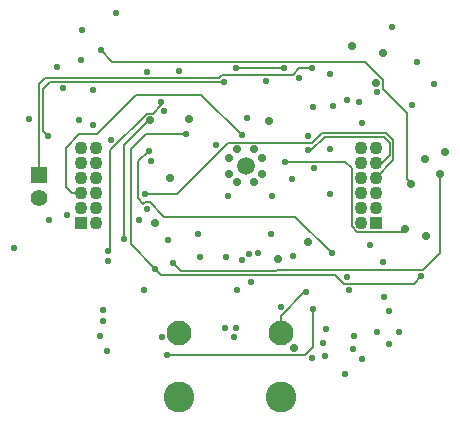
<source format=gbr>
G04 #@! TF.GenerationSoftware,KiCad,Pcbnew,7.0.7*
G04 #@! TF.CreationDate,2024-10-24T15:21:26-07:00*
G04 #@! TF.ProjectId,ESP_POE_1.4b,4553505f-504f-4455-9f31-2e34622e6b69,K*
G04 #@! TF.SameCoordinates,Original*
G04 #@! TF.FileFunction,Copper,L5,Inr*
G04 #@! TF.FilePolarity,Positive*
%FSLAX46Y46*%
G04 Gerber Fmt 4.6, Leading zero omitted, Abs format (unit mm)*
G04 Created by KiCad (PCBNEW 7.0.7) date 2024-10-24 15:21:26*
%MOMM*%
%LPD*%
G01*
G04 APERTURE LIST*
G04 #@! TA.AperFunction,ComponentPad*
%ADD10R,1.400000X1.400000*%
G04 #@! TD*
G04 #@! TA.AperFunction,ComponentPad*
%ADD11C,1.400000*%
G04 #@! TD*
G04 #@! TA.AperFunction,ComponentPad*
%ADD12C,2.100000*%
G04 #@! TD*
G04 #@! TA.AperFunction,ComponentPad*
%ADD13C,2.600000*%
G04 #@! TD*
G04 #@! TA.AperFunction,ComponentPad*
%ADD14R,1.100000X1.100000*%
G04 #@! TD*
G04 #@! TA.AperFunction,ComponentPad*
%ADD15C,1.100000*%
G04 #@! TD*
G04 #@! TA.AperFunction,ComponentPad*
%ADD16C,0.700000*%
G04 #@! TD*
G04 #@! TA.AperFunction,ComponentPad*
%ADD17C,1.500000*%
G04 #@! TD*
G04 #@! TA.AperFunction,ViaPad*
%ADD18C,0.550000*%
G04 #@! TD*
G04 #@! TA.AperFunction,ViaPad*
%ADD19C,0.700000*%
G04 #@! TD*
G04 #@! TA.AperFunction,Conductor*
%ADD20C,0.203200*%
G04 #@! TD*
G04 APERTURE END LIST*
D10*
X74389520Y-143148050D03*
D11*
X74392060Y-145177510D03*
D12*
X86256400Y-156589400D03*
D13*
X86256400Y-161949400D03*
D12*
X94896400Y-156589400D03*
D13*
X94896400Y-161949400D03*
D14*
X77927200Y-147218400D03*
D15*
X79197200Y-147218400D03*
X77927200Y-145948400D03*
X79197200Y-145948400D03*
X77927200Y-144678400D03*
X79197200Y-144678400D03*
X77927200Y-143408400D03*
X79197200Y-143408400D03*
X77927200Y-142138400D03*
X79197200Y-142138400D03*
X77927200Y-140868400D03*
X79197200Y-140868400D03*
D16*
X93288000Y-143120000D03*
X93288000Y-141720000D03*
X92588000Y-143820000D03*
X92588000Y-141020000D03*
D17*
X91888000Y-142420000D03*
D16*
X91188000Y-143820000D03*
X91188000Y-141020000D03*
X90488000Y-143120000D03*
X90488000Y-141720000D03*
D14*
X102920800Y-147218400D03*
D15*
X101650800Y-147218400D03*
X102920800Y-145948400D03*
X101650800Y-145948400D03*
X102920800Y-144678400D03*
X101650800Y-144678400D03*
X102920800Y-143408400D03*
X101650800Y-143408400D03*
X102920800Y-142138400D03*
X101650800Y-142138400D03*
X102920800Y-140868400D03*
X101650800Y-140868400D03*
D18*
X93573600Y-135261600D03*
X76384400Y-135820400D03*
X72288400Y-149402800D03*
X96367600Y-134975600D03*
X98602800Y-158496000D03*
X104241600Y-130657600D03*
X86207600Y-134367600D03*
X97180400Y-139903200D03*
X79774800Y-155549600D03*
X92913200Y-149809200D03*
D19*
X97180400Y-148856298D03*
D18*
X100634800Y-152884800D03*
D19*
X102903979Y-135378187D03*
D18*
X98988000Y-134620000D03*
X103479600Y-150571200D03*
X75239700Y-146964400D03*
X103987600Y-157480000D03*
X95859600Y-150032800D03*
X73558400Y-138430000D03*
X84767299Y-156925237D03*
X77779700Y-138561600D03*
X78028800Y-130911600D03*
X107797600Y-135483600D03*
X105968800Y-137261600D03*
X77984024Y-133483076D03*
X104827901Y-156514800D03*
X106426000Y-133654800D03*
X79552800Y-156819600D03*
X97586800Y-137464800D03*
X103632000Y-153517600D03*
D19*
X85445600Y-143459200D03*
D18*
X83566000Y-134447100D03*
D19*
X103530400Y-132892800D03*
X100868400Y-132232400D03*
D18*
X99314000Y-137312400D03*
X100489115Y-136874658D03*
X101041200Y-156819600D03*
X79603600Y-132638800D03*
D19*
X105867200Y-143916400D03*
D18*
X106730800Y-151771600D03*
X84226400Y-151130000D03*
X86798849Y-139687300D03*
D19*
X93850621Y-138610179D03*
D18*
X80924400Y-129489200D03*
X97028000Y-153130000D03*
X90220800Y-150114000D03*
X87833200Y-148183600D03*
X76758800Y-146608800D03*
X80162400Y-158108400D03*
X100945292Y-157900100D03*
X98988000Y-144780000D03*
X103022400Y-136120300D03*
X101752400Y-138785600D03*
X75895200Y-134061200D03*
X78943200Y-138988800D03*
X80264103Y-150432480D03*
X101498400Y-137026400D03*
X97688400Y-142627600D03*
X92151200Y-149860000D03*
X91024898Y-156179400D03*
X90881200Y-156921200D03*
X91541600Y-150418800D03*
X90127902Y-156179400D03*
D19*
X108762800Y-141274800D03*
X107098899Y-141822000D03*
D18*
X102385801Y-149098000D03*
X95250000Y-142087600D03*
D19*
X105359200Y-147777200D03*
X108305600Y-143103600D03*
D18*
X85750400Y-150622000D03*
D19*
X107141554Y-148336615D03*
D18*
X81603600Y-148590000D03*
D19*
X83810951Y-138569200D03*
X87128700Y-138417300D03*
X94640400Y-150317200D03*
D18*
X83566000Y-146050000D03*
X99163106Y-149809029D03*
X83667600Y-141122400D03*
X84696128Y-137021528D03*
X80257900Y-149606000D03*
X98450400Y-157378400D03*
X91135700Y-152921239D03*
X92298700Y-152280000D03*
X98704400Y-156210000D03*
X83261200Y-152940000D03*
X97485200Y-134162800D03*
X100431600Y-151841200D03*
X94848690Y-154352127D03*
X100252962Y-160044562D03*
X97611543Y-154533468D03*
X85242400Y-158464000D03*
X95808800Y-143510000D03*
X94005254Y-148208854D03*
X79825600Y-154635200D03*
X88036400Y-150164800D03*
X94132400Y-144969500D03*
X89357200Y-140614400D03*
X90358280Y-144969957D03*
X91983560Y-138360400D03*
X101701600Y-158800800D03*
D19*
X95961200Y-157835600D03*
D18*
X102972438Y-156515638D03*
D19*
X84226400Y-147269200D03*
D18*
X75107800Y-139852400D03*
X90078400Y-135280400D03*
X80453800Y-140258800D03*
X85293200Y-148710400D03*
X104038400Y-154686000D03*
X91541600Y-139801600D03*
X97129600Y-141071600D03*
X85007200Y-137787257D03*
X83874200Y-142036800D03*
X83330800Y-144780000D03*
X78994000Y-135991600D03*
X82854800Y-147015200D03*
X95148400Y-134162300D03*
X91084400Y-134144000D03*
X98988000Y-140970000D03*
X97466400Y-158718000D03*
D20*
X105511600Y-137922000D02*
X103482579Y-135892979D01*
X105867200Y-143916400D02*
X105511600Y-143560800D01*
X103482579Y-135892979D02*
X103482579Y-135138523D01*
X80568800Y-133604000D02*
X79603600Y-132638800D01*
X105511600Y-143560800D02*
X105511600Y-137922000D01*
X103482579Y-135138523D02*
X101948056Y-133604000D01*
X101948056Y-133604000D02*
X80568800Y-133604000D01*
X84734400Y-151638000D02*
X84226400Y-151130000D01*
X100207717Y-152381700D02*
X99464017Y-151638000D01*
X106730800Y-151771600D02*
X106120700Y-152381700D01*
X99464017Y-151638000D02*
X84734400Y-151638000D01*
X82143600Y-141020800D02*
X83477100Y-139687300D01*
X83477100Y-139687300D02*
X86798849Y-139687300D01*
X84226400Y-151130000D02*
X82143600Y-149047200D01*
X82143600Y-149047200D02*
X82143600Y-141020800D01*
X106120700Y-152381700D02*
X100207717Y-152381700D01*
X96856800Y-153130000D02*
X94896400Y-155090400D01*
X94896400Y-155090400D02*
X94896400Y-156589400D01*
X97028000Y-153130000D02*
X96856800Y-153130000D01*
X101328293Y-147997000D02*
X105139400Y-147997000D01*
X95250000Y-142087600D02*
X100330000Y-142087600D01*
X100872200Y-142629800D02*
X100872200Y-147540907D01*
X100330000Y-142087600D02*
X100872200Y-142629800D01*
X100872200Y-147540907D02*
X101328293Y-147997000D01*
X105139400Y-147997000D02*
X105359200Y-147777200D01*
X86436200Y-151307800D02*
X85750400Y-150622000D01*
X108305600Y-149809200D02*
X108305600Y-143103600D01*
X106883200Y-151231600D02*
X108305600Y-149809200D01*
X106883200Y-151231600D02*
X94538800Y-151231600D01*
X94538800Y-151231600D02*
X94462600Y-151307800D01*
X94462600Y-151307800D02*
X86436200Y-151307800D01*
X81603600Y-140646400D02*
X83718400Y-138531600D01*
X81603600Y-148590000D02*
X81603600Y-140646400D01*
X83667600Y-141122400D02*
X82790300Y-141999700D01*
X83789883Y-145509500D02*
X84990783Y-146710400D01*
X96064477Y-146710400D02*
X99163106Y-149809029D01*
X83234609Y-145617009D02*
X83342117Y-145509500D01*
X84990783Y-146710400D02*
X96064477Y-146710400D01*
X82790300Y-141999700D02*
X82790300Y-145172700D01*
X83342117Y-145509500D02*
X83789883Y-145509500D01*
X82790300Y-145172700D02*
X83234609Y-145617009D01*
X84696128Y-137021528D02*
X84696128Y-137299872D01*
X80416400Y-149447500D02*
X80257900Y-149606000D01*
X80416400Y-141069217D02*
X80416400Y-149447500D01*
X84696128Y-137299872D02*
X84004900Y-137991100D01*
X84004900Y-137991100D02*
X83494517Y-137991100D01*
X83494517Y-137991100D02*
X80416400Y-141069217D01*
X74389520Y-143148050D02*
X74389520Y-135465280D01*
X89644217Y-134950200D02*
X89872817Y-134721600D01*
X74904600Y-134950200D02*
X89644217Y-134950200D01*
X96416017Y-134162800D02*
X97485200Y-134162800D01*
X89872817Y-134721600D02*
X95857217Y-134721600D01*
X95857217Y-134721600D02*
X96416017Y-134162800D01*
X74389520Y-135465280D02*
X74904600Y-134950200D01*
X96907600Y-158464000D02*
X97611543Y-157760057D01*
X85242400Y-158464000D02*
X96907600Y-158464000D01*
X97611543Y-157760057D02*
X97611543Y-154533468D01*
X90078400Y-135280400D02*
X75336400Y-135280400D01*
X74719720Y-139464320D02*
X75107800Y-139852400D01*
X75336400Y-135280400D02*
X74719720Y-135897080D01*
X74719720Y-135897080D02*
X74719720Y-139464320D01*
X82620374Y-136398000D02*
X88138000Y-136398000D01*
X79267574Y-139750800D02*
X82620374Y-136398000D01*
X77774800Y-139750800D02*
X79267574Y-139750800D01*
X77165200Y-144678400D02*
X76657200Y-144170400D01*
X77927200Y-144678400D02*
X77165200Y-144678400D01*
X88138000Y-136398000D02*
X91541600Y-139801600D01*
X76657200Y-140868400D02*
X77774800Y-139750800D01*
X76657200Y-144170400D02*
X76657200Y-140868400D01*
X103428800Y-142138400D02*
X104063800Y-141503400D01*
X98581010Y-139928600D02*
X97438010Y-141071600D01*
X104063800Y-140436600D02*
X103555800Y-139928600D01*
X102920800Y-142138400D02*
X103428800Y-142138400D01*
X103555800Y-139928600D02*
X98581010Y-139928600D01*
X104063800Y-141503400D02*
X104063800Y-140436600D01*
X97438010Y-141071600D02*
X97129600Y-141071600D01*
X103784400Y-139598400D02*
X104394000Y-140208000D01*
X90406500Y-140479500D02*
X90910236Y-140479500D01*
X83330800Y-144780000D02*
X86106000Y-144780000D01*
X97505800Y-140441400D02*
X98348800Y-139598400D01*
X104394000Y-140208000D02*
X104394000Y-141935200D01*
X104394000Y-141935200D02*
X102920800Y-143408400D01*
X90948336Y-140441400D02*
X97505800Y-140441400D01*
X98348800Y-139598400D02*
X103784400Y-139598400D01*
X90910236Y-140479500D02*
X90948336Y-140441400D01*
X86106000Y-144780000D02*
X90406500Y-140479500D01*
X95148400Y-134162300D02*
X91102700Y-134162300D01*
X91102700Y-134162300D02*
X91084400Y-134144000D01*
M02*

</source>
